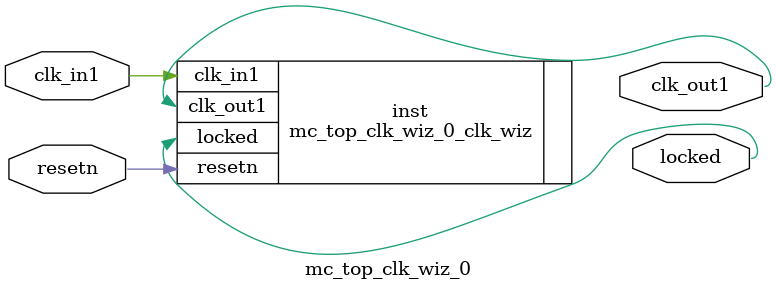
<source format=v>


`timescale 1ps/1ps

(* CORE_GENERATION_INFO = "mc_top_clk_wiz_0,clk_wiz_v6_0_5_0_0,{component_name=mc_top_clk_wiz_0,use_phase_alignment=true,use_min_o_jitter=false,use_max_i_jitter=false,use_dyn_phase_shift=false,use_inclk_switchover=false,use_dyn_reconfig=false,enable_axi=0,feedback_source=FDBK_AUTO,PRIMITIVE=MMCM,num_out_clk=1,clkin1_period=10.000,clkin2_period=10.000,use_power_down=false,use_reset=true,use_locked=true,use_inclk_stopped=false,feedback_type=SINGLE,CLOCK_MGR_TYPE=NA,manual_override=false}" *)

module mc_top_clk_wiz_0 
 (
  // Clock out ports
  output        clk_out1,
  // Status and control signals
  input         resetn,
  output        locked,
 // Clock in ports
  input         clk_in1
 );

  mc_top_clk_wiz_0_clk_wiz inst
  (
  // Clock out ports  
  .clk_out1(clk_out1),
  // Status and control signals               
  .resetn(resetn), 
  .locked(locked),
 // Clock in ports
  .clk_in1(clk_in1)
  );

endmodule

</source>
